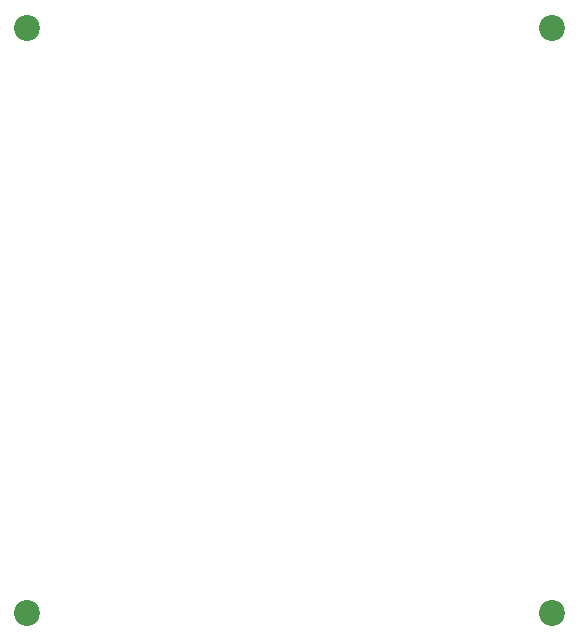
<source format=gbr>
%TF.GenerationSoftware,KiCad,Pcbnew,9.0.0*%
%TF.CreationDate,2025-03-19T00:35:27-07:00*%
%TF.ProjectId,server,73657276-6572-42e6-9b69-6361645f7063,v0.2*%
%TF.SameCoordinates,Original*%
%TF.FileFunction,NonPlated,1,2,NPTH,Drill*%
%TF.FilePolarity,Positive*%
%FSLAX46Y46*%
G04 Gerber Fmt 4.6, Leading zero omitted, Abs format (unit mm)*
G04 Created by KiCad (PCBNEW 9.0.0) date 2025-03-19 00:35:27*
%MOMM*%
%LPD*%
G01*
G04 APERTURE LIST*
%TA.AperFunction,ComponentDrill*%
%ADD10C,2.200000*%
%TD*%
G04 APERTURE END LIST*
D10*
%TO.C,REF\u002A\u002A*%
X127000000Y-73660000D03*
X127000000Y-123190000D03*
X171450000Y-73660000D03*
X171450000Y-123190000D03*
M02*

</source>
